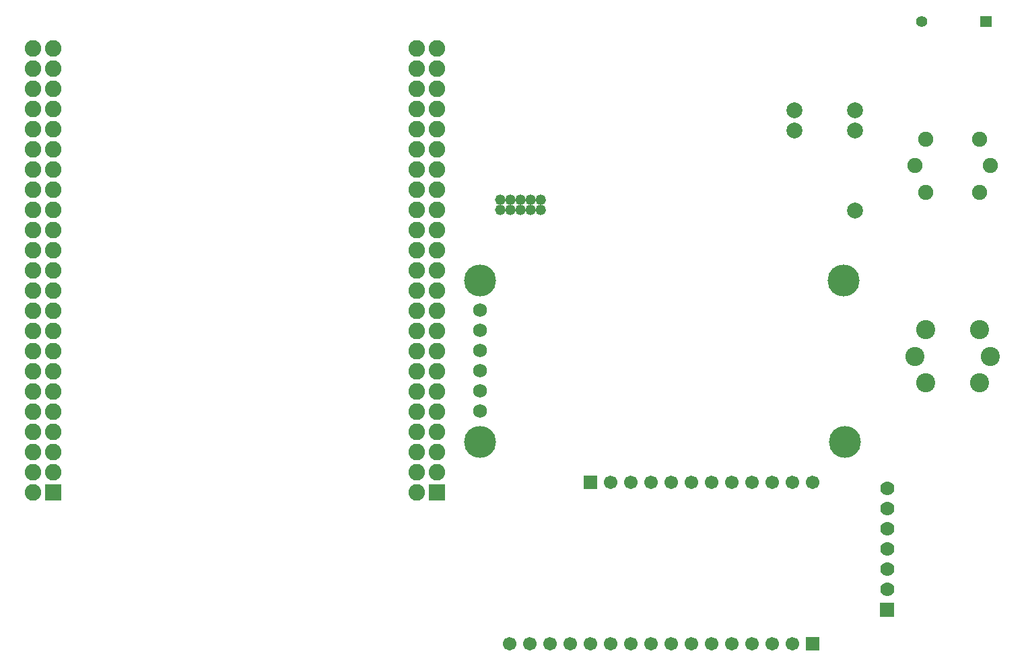
<source format=gbs>
G04 Layer: BottomSolderMaskLayer*
G04 EasyEDA v6.4.25, 2021-11-15T20:25:19--5:00*
G04 f133b9dff01e4a4db271285c1a4d3a4a,c6d70c2b7c21449b8329efc8d1611fca,10*
G04 Gerber Generator version 0.2*
G04 Scale: 100 percent, Rotated: No, Reflected: No *
G04 Dimensions in inches *
G04 leading zeros omitted , absolute positions ,3 integer and 6 decimal *
%FSLAX36Y36*%
%MOIN*%

%ADD47C,0.0552*%
%ADD48C,0.0789*%
%ADD50C,0.0700*%
%ADD51C,0.0946*%
%ADD52C,0.0680*%
%ADD53C,0.1580*%
%ADD54C,0.0748*%
%ADD55C,0.0520*%
%ADD60C,0.0670*%
%ADD65R,0.0820X0.0820*%
%ADD66C,0.0820*%

%LPD*%
G36*
X4997399Y2887399D02*
G01*
X4997399Y2942600D01*
X5052600Y2942600D01*
X5052600Y2887399D01*
G37*
D47*
G01*
X4705000Y2915000D03*
D48*
G01*
X4075829Y2475819D03*
G01*
X4375039Y2475819D03*
G01*
X4075829Y2375819D03*
G01*
X4375039Y2375819D03*
G01*
X4375039Y1978189D03*
G36*
X4500000Y-35000D02*
G01*
X4500000Y35000D01*
X4570000Y35000D01*
X4570000Y-35000D01*
G37*
D50*
G01*
X4535000Y100000D03*
G01*
X4535000Y200000D03*
G01*
X4535000Y300000D03*
G01*
X4535000Y400000D03*
G01*
X4535000Y500000D03*
G01*
X4535000Y600000D03*
D51*
G01*
X4673000Y1255000D03*
G01*
X5046999Y1255000D03*
G01*
X4728000Y1386999D03*
G01*
X4991999Y1386999D03*
G01*
X4728000Y1123000D03*
G01*
X4991999Y1123000D03*
D52*
G01*
X2520000Y985000D03*
G01*
X2520000Y1085000D03*
G01*
X2520000Y1185000D03*
G01*
X2520000Y1285000D03*
G01*
X2520000Y1385000D03*
G01*
X2520000Y1485000D03*
D53*
G01*
X2520000Y830000D03*
G01*
X2520000Y1630000D03*
G01*
X4325000Y830000D03*
G01*
X4320000Y1630000D03*
D54*
G01*
X4673000Y2200000D03*
G01*
X5046999Y2200000D03*
G01*
X4728000Y2068000D03*
G01*
X4728000Y2331999D03*
G01*
X4991999Y2331999D03*
G01*
X4991999Y2068000D03*
D55*
G01*
X2620000Y1980000D03*
G01*
X2670000Y1980000D03*
G01*
X2720000Y1980000D03*
G01*
X2770000Y1980000D03*
G01*
X2820000Y1980000D03*
G01*
X2620000Y2030000D03*
G01*
X2670000Y2030000D03*
G01*
X2720000Y2030000D03*
G01*
X2770000Y2030000D03*
G01*
X2820000Y2030000D03*
G36*
X4133500Y-203499D02*
G01*
X4133500Y-136500D01*
X4200500Y-136500D01*
X4200500Y-203499D01*
G37*
D60*
G01*
X4066989Y-170000D03*
G01*
X3966989Y-170000D03*
G01*
X3866989Y-170000D03*
G01*
X3766989Y-170000D03*
G01*
X3666989Y-170000D03*
G01*
X3566989Y-170000D03*
G01*
X3466989Y-170000D03*
G01*
X3366989Y-170000D03*
G01*
X3266989Y-170000D03*
G01*
X3166989Y-170000D03*
G01*
X3066989Y-170000D03*
G01*
X2966989Y-170000D03*
G01*
X2866989Y-170000D03*
G01*
X2766989Y-170000D03*
G01*
X2666989Y-170000D03*
G01*
X4166989Y630000D03*
G01*
X4066989Y630000D03*
G01*
X3966989Y630000D03*
G01*
X3866989Y630000D03*
G01*
X3766989Y630000D03*
G01*
X3666989Y630000D03*
G01*
X3566989Y630000D03*
G01*
X3466989Y630000D03*
G01*
X3366989Y630000D03*
G01*
X3266989Y630000D03*
G01*
X3166989Y630000D03*
G36*
X3033500Y596500D02*
G01*
X3033500Y663499D01*
X3100500Y663499D01*
X3100500Y596500D01*
G37*
D65*
G01*
X2305000Y580000D03*
D66*
G01*
X2205000Y580000D03*
G01*
X2305000Y680000D03*
G01*
X2205000Y680000D03*
G01*
X2305000Y780000D03*
G01*
X2205000Y780000D03*
G01*
X2305000Y880000D03*
G01*
X2205000Y880000D03*
G01*
X2305000Y980000D03*
G01*
X2205000Y980000D03*
G01*
X2305000Y1080000D03*
G01*
X2205000Y1080000D03*
G01*
X2305000Y1180000D03*
G01*
X2205000Y1180000D03*
G01*
X2305000Y1280000D03*
G01*
X2205000Y1280000D03*
G01*
X2305000Y1380000D03*
G01*
X2205000Y1380000D03*
G01*
X2305000Y1480000D03*
G01*
X2205000Y1480000D03*
G01*
X2305000Y1580000D03*
G01*
X2205000Y1580000D03*
G01*
X2305000Y1680000D03*
G01*
X2205000Y1680000D03*
G01*
X2305000Y1780000D03*
G01*
X2205000Y1780000D03*
G01*
X2305000Y1880000D03*
G01*
X2205000Y1880000D03*
G01*
X2305000Y1980000D03*
G01*
X2205000Y1980000D03*
G01*
X2305000Y2080000D03*
G01*
X2205000Y2080000D03*
G01*
X2305000Y2180000D03*
G01*
X2205000Y2180000D03*
G01*
X2305000Y2280000D03*
G01*
X2205000Y2280000D03*
G01*
X2305000Y2380000D03*
G01*
X2205000Y2380000D03*
G01*
X2305000Y2480000D03*
G01*
X2205000Y2480000D03*
G01*
X2305000Y2580000D03*
G01*
X2205000Y2580000D03*
G01*
X2305000Y2680000D03*
G01*
X2205000Y2680000D03*
G01*
X2305000Y2780000D03*
G01*
X2205000Y2780000D03*
D65*
G01*
X405000Y580000D03*
D66*
G01*
X305000Y580000D03*
G01*
X405000Y680000D03*
G01*
X305000Y680000D03*
G01*
X405000Y780000D03*
G01*
X305000Y780000D03*
G01*
X405000Y880000D03*
G01*
X305000Y880000D03*
G01*
X405000Y980000D03*
G01*
X305000Y980000D03*
G01*
X405000Y1080000D03*
G01*
X305000Y1080000D03*
G01*
X405000Y1180000D03*
G01*
X305000Y1180000D03*
G01*
X405000Y1280000D03*
G01*
X305000Y1280000D03*
G01*
X405000Y1380000D03*
G01*
X305000Y1380000D03*
G01*
X405000Y1480000D03*
G01*
X305000Y1480000D03*
G01*
X405000Y1580000D03*
G01*
X305000Y1580000D03*
G01*
X405000Y1680000D03*
G01*
X305000Y1680000D03*
G01*
X405000Y1780000D03*
G01*
X305000Y1780000D03*
G01*
X405000Y1880000D03*
G01*
X305000Y1880000D03*
G01*
X405000Y1980000D03*
G01*
X305000Y1980000D03*
G01*
X405000Y2080000D03*
G01*
X305000Y2080000D03*
G01*
X405000Y2180000D03*
G01*
X305000Y2180000D03*
G01*
X405000Y2280000D03*
G01*
X305000Y2280000D03*
G01*
X405000Y2380000D03*
G01*
X305000Y2380000D03*
G01*
X405000Y2480000D03*
G01*
X305000Y2480000D03*
G01*
X405000Y2580000D03*
G01*
X305000Y2580000D03*
G01*
X405000Y2680000D03*
G01*
X305000Y2680000D03*
G01*
X405000Y2780000D03*
G01*
X305000Y2780000D03*
M02*

</source>
